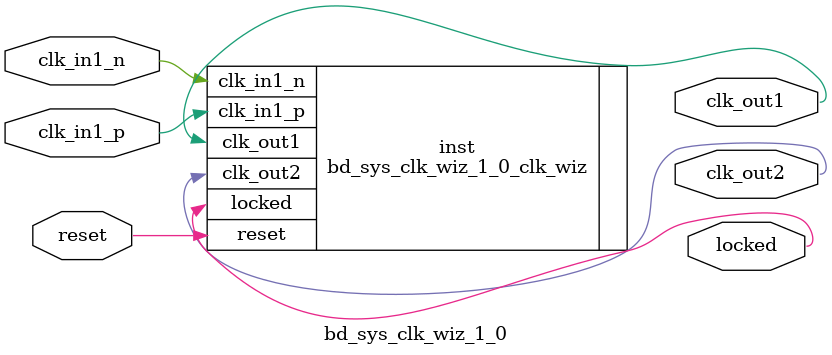
<source format=v>


`timescale 1ps/1ps

(* CORE_GENERATION_INFO = "bd_sys_clk_wiz_1_0,clk_wiz_v6_0_3_0_0,{component_name=bd_sys_clk_wiz_1_0,use_phase_alignment=false,use_min_o_jitter=false,use_max_i_jitter=false,use_dyn_phase_shift=false,use_inclk_switchover=false,use_dyn_reconfig=false,enable_axi=0,feedback_source=FDBK_AUTO,PRIMITIVE=MMCM,num_out_clk=2,clkin1_period=8.000,clkin2_period=10.000,use_power_down=false,use_reset=true,use_locked=true,use_inclk_stopped=false,feedback_type=SINGLE,CLOCK_MGR_TYPE=NA,manual_override=false}" *)

module bd_sys_clk_wiz_1_0 
 (
  // Clock out ports
  output        clk_out1,
  output        clk_out2,
  // Status and control signals
  input         reset,
  output        locked,
 // Clock in ports
  input         clk_in1_p,
  input         clk_in1_n
 );

  bd_sys_clk_wiz_1_0_clk_wiz inst
  (
  // Clock out ports  
  .clk_out1(clk_out1),
  .clk_out2(clk_out2),
  // Status and control signals               
  .reset(reset), 
  .locked(locked),
 // Clock in ports
  .clk_in1_p(clk_in1_p),
  .clk_in1_n(clk_in1_n)
  );

endmodule

</source>
